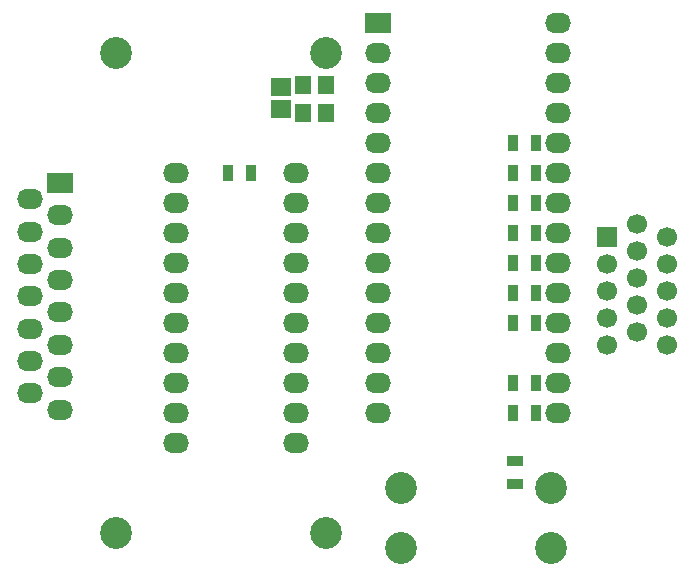
<source format=gbr>
G04 --- HEADER BEGIN --- *
%TF.GenerationSoftware,LibrePCB,LibrePCB,0.1.4*%
%TF.CreationDate,2020-05-24T15:31:11*%
%TF.ProjectId,Apple 2c VGA - default,6ee0dbe1-6aad-4263-9a0f-7c091fb3c0df,v1.3*%
%TF.Part,Single*%
%FSLAX66Y66*%
%MOMM*%
G01*
G74*
G04 --- HEADER END --- *
G04 --- APERTURE LIST BEGIN --- *
%ADD10R,1.4X1.6*%
%ADD11C,2.7*%
%ADD12R,0.95X1.45*%
%ADD13O,2.2X1.7*%
%ADD14C,1.7*%
%ADD15R,1.7X1.7*%
%ADD16R,2.2X1.7*%
%ADD17R,1.45X0.95*%
%ADD18R,1.7X1.5*%
G04 --- APERTURE LIST END --- *
G04 --- BOARD BEGIN --- *
D10*
X35555000Y43040000D03*
X35555000Y40640000D03*
X33655000Y40640000D03*
X33655000Y43040000D03*
D11*
X17780000Y45720000D03*
X35560000Y45720000D03*
X35560000Y5080000D03*
X17780000Y5080000D03*
D12*
X53362500Y27940000D03*
X51412500Y27940000D03*
X29232500Y35560000D03*
X27282500Y35560000D03*
D13*
X22860000Y12700000D03*
X33020000Y20320000D03*
X22860000Y35560000D03*
X33020000Y33020000D03*
X33020000Y25400000D03*
X22860000Y33020000D03*
X22860000Y25400000D03*
X33020000Y35560000D03*
X33020000Y30480000D03*
X22860000Y30480000D03*
X33020000Y27940000D03*
X33020000Y15240000D03*
X22860000Y17780000D03*
X33020000Y12700000D03*
X22860000Y22860000D03*
X22860000Y20320000D03*
X22860000Y27940000D03*
X22860000Y15240000D03*
X33020000Y22860000D03*
X33020000Y17780000D03*
D12*
X53362500Y25400000D03*
X51412500Y25400000D03*
X53362500Y30480000D03*
X51412500Y30480000D03*
D14*
X64452500Y30145000D03*
X64452500Y27855000D03*
X64452500Y20985000D03*
X61912500Y26710000D03*
X64452500Y23275000D03*
D15*
X59372500Y30145000D03*
D14*
X59372500Y23275000D03*
X59372500Y25565000D03*
X59372500Y20985000D03*
X61912500Y22130000D03*
X61912500Y24420000D03*
X61912500Y29000000D03*
X61912500Y31290000D03*
X59372500Y27855000D03*
X64452500Y25565000D03*
D12*
X53362500Y35560000D03*
X51412500Y35560000D03*
X53362500Y17780000D03*
X51412500Y17780000D03*
D16*
X13017500Y34737500D03*
D13*
X13017500Y18297500D03*
X10477500Y16927500D03*
X13017500Y23777500D03*
X10477500Y22407500D03*
X13017500Y26517500D03*
X13017500Y15557500D03*
X10477500Y33367500D03*
X10477500Y27887500D03*
X13017500Y31997500D03*
X10477500Y19667500D03*
X10477500Y25147500D03*
X13017500Y21037500D03*
X13017500Y29257500D03*
X10477500Y30627500D03*
D17*
X51555177Y9245547D03*
X51555177Y11195547D03*
D11*
X41910000Y8890000D03*
X54610000Y3810000D03*
X41910000Y3810000D03*
X54610000Y8890000D03*
D12*
X53362500Y22860000D03*
X51412500Y22860000D03*
D13*
X55245000Y35560000D03*
X40005000Y43180000D03*
D16*
X40005000Y48260000D03*
D13*
X40005000Y27940000D03*
X40005000Y30480000D03*
X55245000Y22860000D03*
X55245000Y30480000D03*
X40005000Y40640000D03*
X55245000Y38100000D03*
X40005000Y20320000D03*
X55245000Y20320000D03*
X40005000Y38100000D03*
X40005000Y25400000D03*
X40005000Y22860000D03*
X55245000Y40640000D03*
X40005000Y33020000D03*
X55245000Y43180000D03*
X55245000Y15240000D03*
X55245000Y33020000D03*
X40005000Y45720000D03*
X40005000Y17780000D03*
X55245000Y48260000D03*
X55245000Y27940000D03*
X55245000Y25400000D03*
X55245000Y45720000D03*
X40005000Y35560000D03*
X40005000Y15240000D03*
X55245000Y17780000D03*
D12*
X53362500Y15240000D03*
X51412500Y15240000D03*
D18*
X31750000Y40960000D03*
X31750000Y42860000D03*
D12*
X53362500Y38100000D03*
X51412500Y38100000D03*
X53362500Y33020000D03*
X51412500Y33020000D03*
G04 --- BOARD END --- *
%TF.MD5,569219a12e1866b30399b605381b8048*%
M02*

</source>
